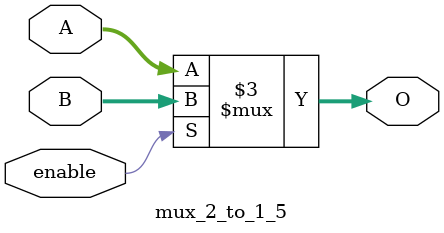
<source format=v>
module mux_2_to_1_5(
    input [4:0] A,B,
    input enable,
    output reg[4:0] O
);
    always @* begin
        if (enable) O <= B;
        else O <= A;
    end
endmodule
</source>
